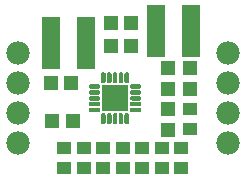
<source format=gts>
G04 EAGLE Gerber X2 export*
%TF.Part,Single*%
%TF.FileFunction,Soldermask,Top,1*%
%TF.FilePolarity,Negative*%
%TF.GenerationSoftware,Autodesk,EAGLE,9.4.0*%
%TF.CreationDate,2019-05-08T17:19:32Z*%
G75*
%MOMM*%
%FSLAX34Y34*%
%LPD*%
%INSoldermask Top*%
%AMOC8*
5,1,8,0,0,1.08239X$1,22.5*%
G01*
%ADD10R,1.151600X1.181600*%
%ADD11R,1.181600X1.151600*%
%ADD12R,1.536700X4.495800*%
%ADD13R,1.201600X1.101600*%
%ADD14R,2.200000X2.200000*%
%ADD15C,1.981200*%

G36*
X102209Y67143D02*
X102209Y67143D01*
X103700Y67143D01*
X103736Y67150D01*
X103779Y67149D01*
X104011Y67186D01*
X104062Y67205D01*
X104162Y67235D01*
X104371Y67341D01*
X104413Y67375D01*
X104500Y67435D01*
X104665Y67600D01*
X104695Y67645D01*
X104759Y67729D01*
X104865Y67938D01*
X104870Y67954D01*
X104876Y67963D01*
X104881Y67994D01*
X104914Y68089D01*
X104951Y68321D01*
X104949Y68357D01*
X104957Y68400D01*
X104957Y74400D01*
X104951Y74433D01*
X104952Y74472D01*
X104891Y74895D01*
X104872Y74948D01*
X104851Y75033D01*
X104673Y75422D01*
X104640Y75467D01*
X104595Y75543D01*
X104316Y75866D01*
X104271Y75900D01*
X104207Y75960D01*
X103847Y76191D01*
X103796Y76211D01*
X103759Y76234D01*
X103745Y76237D01*
X103716Y76251D01*
X103306Y76371D01*
X103250Y76376D01*
X103163Y76392D01*
X102737Y76392D01*
X102682Y76381D01*
X102594Y76371D01*
X102184Y76251D01*
X102147Y76232D01*
X102122Y76227D01*
X102096Y76209D01*
X102053Y76191D01*
X101693Y75960D01*
X101653Y75921D01*
X101584Y75866D01*
X101305Y75543D01*
X101277Y75494D01*
X101227Y75422D01*
X101049Y75033D01*
X101037Y74979D01*
X101009Y74895D01*
X100948Y74472D01*
X100950Y74439D01*
X100943Y74400D01*
X100943Y68409D01*
X100936Y68209D01*
X100944Y68161D01*
X100958Y68045D01*
X101018Y67846D01*
X101041Y67803D01*
X101091Y67698D01*
X101212Y67529D01*
X101248Y67496D01*
X101329Y67412D01*
X101498Y67291D01*
X101543Y67271D01*
X101646Y67218D01*
X101845Y67158D01*
X101894Y67153D01*
X102009Y67136D01*
X102209Y67143D01*
G37*
G36*
X117209Y67143D02*
X117209Y67143D01*
X118700Y67143D01*
X118736Y67150D01*
X118779Y67149D01*
X119011Y67186D01*
X119062Y67205D01*
X119162Y67235D01*
X119371Y67341D01*
X119413Y67375D01*
X119500Y67435D01*
X119665Y67600D01*
X119695Y67645D01*
X119759Y67729D01*
X119865Y67938D01*
X119870Y67954D01*
X119876Y67963D01*
X119881Y67994D01*
X119914Y68089D01*
X119951Y68321D01*
X119949Y68357D01*
X119957Y68400D01*
X119957Y74400D01*
X119951Y74433D01*
X119952Y74472D01*
X119891Y74895D01*
X119872Y74948D01*
X119851Y75033D01*
X119673Y75422D01*
X119640Y75467D01*
X119595Y75543D01*
X119316Y75866D01*
X119271Y75900D01*
X119207Y75960D01*
X118847Y76191D01*
X118796Y76211D01*
X118759Y76234D01*
X118745Y76237D01*
X118716Y76251D01*
X118306Y76371D01*
X118250Y76376D01*
X118163Y76392D01*
X117737Y76392D01*
X117682Y76381D01*
X117594Y76371D01*
X117184Y76251D01*
X117147Y76232D01*
X117122Y76227D01*
X117096Y76209D01*
X117053Y76191D01*
X116693Y75960D01*
X116653Y75921D01*
X116584Y75866D01*
X116305Y75543D01*
X116277Y75494D01*
X116227Y75422D01*
X116049Y75033D01*
X116037Y74979D01*
X116009Y74895D01*
X115948Y74472D01*
X115950Y74439D01*
X115943Y74400D01*
X115943Y68409D01*
X115936Y68209D01*
X115944Y68161D01*
X115958Y68045D01*
X116018Y67846D01*
X116041Y67803D01*
X116091Y67698D01*
X116212Y67529D01*
X116248Y67496D01*
X116329Y67412D01*
X116498Y67291D01*
X116543Y67271D01*
X116646Y67218D01*
X116845Y67158D01*
X116894Y67153D01*
X117009Y67136D01*
X117209Y67143D01*
G37*
G36*
X107209Y67143D02*
X107209Y67143D01*
X108700Y67143D01*
X108736Y67150D01*
X108779Y67149D01*
X109011Y67186D01*
X109062Y67205D01*
X109162Y67235D01*
X109371Y67341D01*
X109413Y67375D01*
X109500Y67435D01*
X109665Y67600D01*
X109695Y67645D01*
X109759Y67729D01*
X109865Y67938D01*
X109870Y67954D01*
X109876Y67963D01*
X109881Y67994D01*
X109914Y68089D01*
X109951Y68321D01*
X109949Y68357D01*
X109957Y68400D01*
X109957Y74400D01*
X109951Y74433D01*
X109952Y74472D01*
X109891Y74895D01*
X109872Y74948D01*
X109851Y75033D01*
X109673Y75422D01*
X109640Y75467D01*
X109595Y75543D01*
X109316Y75866D01*
X109271Y75900D01*
X109207Y75960D01*
X108847Y76191D01*
X108796Y76211D01*
X108759Y76234D01*
X108745Y76237D01*
X108716Y76251D01*
X108306Y76371D01*
X108250Y76376D01*
X108163Y76392D01*
X107737Y76392D01*
X107682Y76381D01*
X107594Y76371D01*
X107184Y76251D01*
X107147Y76232D01*
X107122Y76227D01*
X107096Y76209D01*
X107053Y76191D01*
X106693Y75960D01*
X106653Y75921D01*
X106584Y75866D01*
X106305Y75543D01*
X106277Y75494D01*
X106227Y75422D01*
X106049Y75033D01*
X106037Y74979D01*
X106009Y74895D01*
X105948Y74472D01*
X105950Y74439D01*
X105943Y74400D01*
X105943Y68409D01*
X105936Y68209D01*
X105944Y68161D01*
X105958Y68045D01*
X106018Y67846D01*
X106041Y67803D01*
X106091Y67698D01*
X106212Y67529D01*
X106248Y67496D01*
X106329Y67412D01*
X106498Y67291D01*
X106543Y67271D01*
X106646Y67218D01*
X106845Y67158D01*
X106894Y67153D01*
X107009Y67136D01*
X107209Y67143D01*
G37*
G36*
X112209Y67143D02*
X112209Y67143D01*
X113700Y67143D01*
X113736Y67150D01*
X113779Y67149D01*
X114011Y67186D01*
X114062Y67205D01*
X114162Y67235D01*
X114371Y67341D01*
X114413Y67375D01*
X114500Y67435D01*
X114665Y67600D01*
X114695Y67645D01*
X114759Y67729D01*
X114865Y67938D01*
X114870Y67954D01*
X114876Y67963D01*
X114881Y67994D01*
X114914Y68089D01*
X114951Y68321D01*
X114949Y68357D01*
X114957Y68400D01*
X114957Y74400D01*
X114951Y74433D01*
X114952Y74472D01*
X114891Y74895D01*
X114872Y74948D01*
X114851Y75033D01*
X114673Y75422D01*
X114640Y75467D01*
X114595Y75543D01*
X114316Y75866D01*
X114271Y75900D01*
X114207Y75960D01*
X113847Y76191D01*
X113796Y76211D01*
X113759Y76234D01*
X113745Y76237D01*
X113716Y76251D01*
X113306Y76371D01*
X113250Y76376D01*
X113163Y76392D01*
X112737Y76392D01*
X112682Y76381D01*
X112594Y76371D01*
X112184Y76251D01*
X112147Y76232D01*
X112122Y76227D01*
X112096Y76209D01*
X112053Y76191D01*
X111693Y75960D01*
X111653Y75921D01*
X111584Y75866D01*
X111305Y75543D01*
X111277Y75494D01*
X111227Y75422D01*
X111049Y75033D01*
X111037Y74979D01*
X111009Y74895D01*
X110948Y74472D01*
X110950Y74439D01*
X110943Y74400D01*
X110943Y68409D01*
X110936Y68209D01*
X110944Y68161D01*
X110958Y68045D01*
X111018Y67846D01*
X111041Y67803D01*
X111091Y67698D01*
X111212Y67529D01*
X111248Y67496D01*
X111329Y67412D01*
X111498Y67291D01*
X111543Y67271D01*
X111646Y67218D01*
X111845Y67158D01*
X111894Y67153D01*
X112009Y67136D01*
X112209Y67143D01*
G37*
G36*
X97209Y67143D02*
X97209Y67143D01*
X98700Y67143D01*
X98736Y67150D01*
X98779Y67149D01*
X99011Y67186D01*
X99062Y67205D01*
X99162Y67235D01*
X99371Y67341D01*
X99413Y67375D01*
X99500Y67435D01*
X99665Y67600D01*
X99695Y67645D01*
X99759Y67729D01*
X99865Y67938D01*
X99870Y67954D01*
X99876Y67963D01*
X99881Y67994D01*
X99914Y68089D01*
X99951Y68321D01*
X99949Y68357D01*
X99957Y68400D01*
X99957Y74400D01*
X99951Y74433D01*
X99952Y74472D01*
X99891Y74895D01*
X99872Y74948D01*
X99851Y75033D01*
X99673Y75422D01*
X99640Y75467D01*
X99595Y75543D01*
X99316Y75866D01*
X99271Y75900D01*
X99207Y75960D01*
X98847Y76191D01*
X98796Y76211D01*
X98759Y76234D01*
X98745Y76237D01*
X98716Y76251D01*
X98306Y76371D01*
X98250Y76376D01*
X98163Y76392D01*
X97737Y76392D01*
X97682Y76381D01*
X97594Y76371D01*
X97184Y76251D01*
X97147Y76232D01*
X97122Y76227D01*
X97096Y76209D01*
X97053Y76191D01*
X96693Y75960D01*
X96653Y75921D01*
X96584Y75866D01*
X96305Y75543D01*
X96277Y75494D01*
X96227Y75422D01*
X96049Y75033D01*
X96037Y74979D01*
X96009Y74895D01*
X95948Y74472D01*
X95950Y74439D01*
X95943Y74400D01*
X95943Y68409D01*
X95936Y68209D01*
X95944Y68161D01*
X95958Y68045D01*
X96018Y67846D01*
X96041Y67803D01*
X96091Y67698D01*
X96212Y67529D01*
X96248Y67496D01*
X96329Y67412D01*
X96498Y67291D01*
X96543Y67271D01*
X96646Y67218D01*
X96845Y67158D01*
X96894Y67153D01*
X97009Y67136D01*
X97209Y67143D01*
G37*
G36*
X93483Y96899D02*
X93483Y96899D01*
X93522Y96898D01*
X93945Y96959D01*
X93998Y96978D01*
X94083Y96999D01*
X94472Y97177D01*
X94517Y97210D01*
X94593Y97255D01*
X94916Y97534D01*
X94925Y97546D01*
X94934Y97552D01*
X94953Y97582D01*
X95010Y97643D01*
X95241Y98003D01*
X95262Y98055D01*
X95301Y98134D01*
X95421Y98544D01*
X95426Y98600D01*
X95442Y98687D01*
X95442Y99113D01*
X95431Y99169D01*
X95421Y99256D01*
X95301Y99666D01*
X95275Y99716D01*
X95241Y99797D01*
X95010Y100157D01*
X94971Y100197D01*
X94916Y100266D01*
X94593Y100545D01*
X94544Y100573D01*
X94472Y100623D01*
X94083Y100801D01*
X94029Y100813D01*
X93945Y100841D01*
X93522Y100902D01*
X93489Y100900D01*
X93450Y100907D01*
X87459Y100907D01*
X87259Y100914D01*
X87211Y100906D01*
X87095Y100892D01*
X86896Y100832D01*
X86853Y100809D01*
X86748Y100759D01*
X86579Y100638D01*
X86546Y100602D01*
X86462Y100521D01*
X86341Y100352D01*
X86321Y100307D01*
X86268Y100204D01*
X86208Y100005D01*
X86203Y99956D01*
X86186Y99841D01*
X86193Y99641D01*
X86193Y98150D01*
X86200Y98114D01*
X86199Y98071D01*
X86236Y97839D01*
X86255Y97788D01*
X86273Y97726D01*
X86279Y97701D01*
X86282Y97696D01*
X86285Y97688D01*
X86391Y97479D01*
X86425Y97437D01*
X86485Y97350D01*
X86650Y97185D01*
X86695Y97155D01*
X86779Y97091D01*
X86988Y96985D01*
X87040Y96970D01*
X87139Y96936D01*
X87371Y96899D01*
X87407Y96901D01*
X87450Y96893D01*
X93450Y96893D01*
X93483Y96899D01*
G37*
G36*
X93483Y91899D02*
X93483Y91899D01*
X93522Y91898D01*
X93945Y91959D01*
X93998Y91978D01*
X94083Y91999D01*
X94472Y92177D01*
X94517Y92210D01*
X94593Y92255D01*
X94916Y92534D01*
X94925Y92546D01*
X94934Y92552D01*
X94953Y92582D01*
X95010Y92643D01*
X95241Y93003D01*
X95262Y93055D01*
X95301Y93134D01*
X95421Y93544D01*
X95426Y93600D01*
X95442Y93687D01*
X95442Y94113D01*
X95431Y94169D01*
X95421Y94256D01*
X95301Y94666D01*
X95275Y94716D01*
X95241Y94797D01*
X95010Y95157D01*
X94971Y95197D01*
X94916Y95266D01*
X94593Y95545D01*
X94544Y95573D01*
X94472Y95623D01*
X94083Y95801D01*
X94029Y95813D01*
X93945Y95841D01*
X93522Y95902D01*
X93489Y95900D01*
X93450Y95907D01*
X87459Y95907D01*
X87259Y95914D01*
X87211Y95906D01*
X87095Y95892D01*
X86896Y95832D01*
X86853Y95809D01*
X86748Y95759D01*
X86579Y95638D01*
X86546Y95602D01*
X86462Y95521D01*
X86341Y95352D01*
X86321Y95307D01*
X86268Y95204D01*
X86208Y95005D01*
X86203Y94956D01*
X86186Y94841D01*
X86193Y94641D01*
X86193Y93150D01*
X86200Y93114D01*
X86199Y93071D01*
X86236Y92839D01*
X86255Y92788D01*
X86273Y92726D01*
X86279Y92701D01*
X86282Y92696D01*
X86285Y92688D01*
X86391Y92479D01*
X86425Y92437D01*
X86485Y92350D01*
X86650Y92185D01*
X86695Y92155D01*
X86779Y92091D01*
X86988Y91985D01*
X87040Y91970D01*
X87139Y91936D01*
X87371Y91899D01*
X87407Y91901D01*
X87450Y91893D01*
X93450Y91893D01*
X93483Y91899D01*
G37*
G36*
X93483Y86899D02*
X93483Y86899D01*
X93522Y86898D01*
X93945Y86959D01*
X93998Y86978D01*
X94083Y86999D01*
X94472Y87177D01*
X94517Y87210D01*
X94593Y87255D01*
X94916Y87534D01*
X94925Y87546D01*
X94934Y87552D01*
X94953Y87582D01*
X95010Y87643D01*
X95241Y88003D01*
X95262Y88055D01*
X95301Y88134D01*
X95421Y88544D01*
X95426Y88600D01*
X95442Y88687D01*
X95442Y89113D01*
X95431Y89169D01*
X95421Y89256D01*
X95301Y89666D01*
X95275Y89716D01*
X95241Y89797D01*
X95010Y90157D01*
X94971Y90197D01*
X94916Y90266D01*
X94593Y90545D01*
X94544Y90573D01*
X94472Y90623D01*
X94083Y90801D01*
X94029Y90813D01*
X93945Y90841D01*
X93522Y90902D01*
X93489Y90900D01*
X93450Y90907D01*
X87459Y90907D01*
X87259Y90914D01*
X87211Y90906D01*
X87095Y90892D01*
X86896Y90832D01*
X86853Y90809D01*
X86748Y90759D01*
X86579Y90638D01*
X86546Y90602D01*
X86462Y90521D01*
X86341Y90352D01*
X86321Y90307D01*
X86268Y90204D01*
X86208Y90005D01*
X86203Y89956D01*
X86186Y89841D01*
X86193Y89641D01*
X86193Y88150D01*
X86200Y88114D01*
X86199Y88071D01*
X86236Y87839D01*
X86255Y87788D01*
X86273Y87726D01*
X86279Y87701D01*
X86282Y87696D01*
X86285Y87688D01*
X86391Y87479D01*
X86425Y87437D01*
X86485Y87350D01*
X86650Y87185D01*
X86695Y87155D01*
X86779Y87091D01*
X86988Y86985D01*
X87040Y86970D01*
X87139Y86936D01*
X87371Y86899D01*
X87407Y86901D01*
X87450Y86893D01*
X93450Y86893D01*
X93483Y86899D01*
G37*
G36*
X93483Y81899D02*
X93483Y81899D01*
X93522Y81898D01*
X93945Y81959D01*
X93998Y81978D01*
X94083Y81999D01*
X94472Y82177D01*
X94517Y82210D01*
X94593Y82255D01*
X94916Y82534D01*
X94925Y82546D01*
X94934Y82552D01*
X94953Y82582D01*
X95010Y82643D01*
X95241Y83003D01*
X95262Y83055D01*
X95301Y83134D01*
X95421Y83544D01*
X95426Y83600D01*
X95442Y83687D01*
X95442Y84113D01*
X95431Y84169D01*
X95421Y84256D01*
X95301Y84666D01*
X95275Y84716D01*
X95241Y84797D01*
X95010Y85157D01*
X94971Y85197D01*
X94916Y85266D01*
X94593Y85545D01*
X94544Y85573D01*
X94472Y85623D01*
X94083Y85801D01*
X94029Y85813D01*
X93945Y85841D01*
X93522Y85902D01*
X93489Y85900D01*
X93450Y85907D01*
X87459Y85907D01*
X87259Y85914D01*
X87211Y85906D01*
X87095Y85892D01*
X86896Y85832D01*
X86853Y85809D01*
X86748Y85759D01*
X86579Y85638D01*
X86546Y85602D01*
X86462Y85521D01*
X86341Y85352D01*
X86321Y85307D01*
X86268Y85204D01*
X86208Y85005D01*
X86203Y84956D01*
X86186Y84841D01*
X86193Y84641D01*
X86193Y83150D01*
X86200Y83114D01*
X86199Y83071D01*
X86236Y82839D01*
X86255Y82788D01*
X86273Y82726D01*
X86279Y82701D01*
X86282Y82696D01*
X86285Y82688D01*
X86391Y82479D01*
X86425Y82437D01*
X86485Y82350D01*
X86650Y82185D01*
X86695Y82155D01*
X86779Y82091D01*
X86988Y81985D01*
X87040Y81970D01*
X87139Y81936D01*
X87371Y81899D01*
X87407Y81901D01*
X87450Y81893D01*
X93450Y81893D01*
X93483Y81899D01*
G37*
G36*
X93483Y76899D02*
X93483Y76899D01*
X93522Y76898D01*
X93945Y76959D01*
X93998Y76978D01*
X94083Y76999D01*
X94472Y77177D01*
X94517Y77210D01*
X94593Y77255D01*
X94916Y77534D01*
X94925Y77546D01*
X94934Y77552D01*
X94953Y77582D01*
X95010Y77643D01*
X95241Y78003D01*
X95262Y78055D01*
X95301Y78134D01*
X95421Y78544D01*
X95426Y78600D01*
X95442Y78687D01*
X95442Y79113D01*
X95431Y79169D01*
X95421Y79256D01*
X95301Y79666D01*
X95275Y79716D01*
X95241Y79797D01*
X95010Y80157D01*
X94971Y80197D01*
X94916Y80266D01*
X94593Y80545D01*
X94544Y80573D01*
X94472Y80623D01*
X94083Y80801D01*
X94029Y80813D01*
X93945Y80841D01*
X93522Y80902D01*
X93489Y80900D01*
X93450Y80907D01*
X87459Y80907D01*
X87259Y80914D01*
X87211Y80906D01*
X87095Y80892D01*
X86896Y80832D01*
X86853Y80809D01*
X86748Y80759D01*
X86579Y80638D01*
X86546Y80602D01*
X86462Y80521D01*
X86341Y80352D01*
X86321Y80307D01*
X86268Y80204D01*
X86208Y80005D01*
X86203Y79956D01*
X86186Y79841D01*
X86193Y79641D01*
X86193Y78150D01*
X86200Y78114D01*
X86199Y78071D01*
X86236Y77839D01*
X86255Y77788D01*
X86273Y77726D01*
X86279Y77701D01*
X86282Y77696D01*
X86285Y77688D01*
X86391Y77479D01*
X86425Y77437D01*
X86485Y77350D01*
X86650Y77185D01*
X86695Y77155D01*
X86779Y77091D01*
X86988Y76985D01*
X87040Y76970D01*
X87139Y76936D01*
X87371Y76899D01*
X87407Y76901D01*
X87450Y76893D01*
X93450Y76893D01*
X93483Y76899D01*
G37*
G36*
X98219Y101419D02*
X98219Y101419D01*
X98306Y101429D01*
X98716Y101549D01*
X98766Y101575D01*
X98847Y101609D01*
X99207Y101840D01*
X99247Y101879D01*
X99316Y101934D01*
X99595Y102257D01*
X99623Y102306D01*
X99673Y102378D01*
X99851Y102767D01*
X99863Y102821D01*
X99891Y102905D01*
X99952Y103328D01*
X99950Y103361D01*
X99957Y103400D01*
X99957Y109391D01*
X99964Y109591D01*
X99956Y109639D01*
X99942Y109755D01*
X99882Y109954D01*
X99859Y109997D01*
X99809Y110102D01*
X99688Y110271D01*
X99652Y110305D01*
X99571Y110388D01*
X99402Y110509D01*
X99357Y110529D01*
X99254Y110582D01*
X99055Y110642D01*
X99006Y110647D01*
X98891Y110664D01*
X98691Y110657D01*
X97200Y110657D01*
X97164Y110650D01*
X97121Y110651D01*
X96889Y110614D01*
X96838Y110595D01*
X96738Y110565D01*
X96529Y110459D01*
X96487Y110425D01*
X96400Y110365D01*
X96235Y110200D01*
X96205Y110155D01*
X96141Y110071D01*
X96035Y109862D01*
X96020Y109810D01*
X95986Y109711D01*
X95949Y109479D01*
X95951Y109443D01*
X95943Y109400D01*
X95943Y103400D01*
X95949Y103367D01*
X95948Y103328D01*
X96009Y102905D01*
X96028Y102852D01*
X96049Y102767D01*
X96227Y102378D01*
X96260Y102333D01*
X96305Y102257D01*
X96584Y101934D01*
X96629Y101900D01*
X96693Y101840D01*
X97053Y101609D01*
X97105Y101588D01*
X97184Y101549D01*
X97594Y101429D01*
X97650Y101424D01*
X97737Y101408D01*
X98163Y101408D01*
X98219Y101419D01*
G37*
G36*
X103219Y101419D02*
X103219Y101419D01*
X103306Y101429D01*
X103716Y101549D01*
X103766Y101575D01*
X103847Y101609D01*
X104207Y101840D01*
X104247Y101879D01*
X104316Y101934D01*
X104595Y102257D01*
X104623Y102306D01*
X104673Y102378D01*
X104851Y102767D01*
X104863Y102821D01*
X104891Y102905D01*
X104952Y103328D01*
X104950Y103361D01*
X104957Y103400D01*
X104957Y109391D01*
X104964Y109591D01*
X104956Y109639D01*
X104942Y109755D01*
X104882Y109954D01*
X104859Y109997D01*
X104809Y110102D01*
X104688Y110271D01*
X104652Y110305D01*
X104571Y110388D01*
X104402Y110509D01*
X104357Y110529D01*
X104254Y110582D01*
X104055Y110642D01*
X104006Y110647D01*
X103891Y110664D01*
X103691Y110657D01*
X102200Y110657D01*
X102164Y110650D01*
X102121Y110651D01*
X101889Y110614D01*
X101838Y110595D01*
X101738Y110565D01*
X101529Y110459D01*
X101487Y110425D01*
X101400Y110365D01*
X101235Y110200D01*
X101205Y110155D01*
X101141Y110071D01*
X101035Y109862D01*
X101020Y109810D01*
X100986Y109711D01*
X100949Y109479D01*
X100951Y109443D01*
X100943Y109400D01*
X100943Y103400D01*
X100949Y103367D01*
X100948Y103328D01*
X101009Y102905D01*
X101028Y102852D01*
X101049Y102767D01*
X101227Y102378D01*
X101260Y102333D01*
X101305Y102257D01*
X101584Y101934D01*
X101629Y101900D01*
X101693Y101840D01*
X102053Y101609D01*
X102105Y101588D01*
X102184Y101549D01*
X102594Y101429D01*
X102650Y101424D01*
X102737Y101408D01*
X103163Y101408D01*
X103219Y101419D01*
G37*
G36*
X108219Y101419D02*
X108219Y101419D01*
X108306Y101429D01*
X108716Y101549D01*
X108766Y101575D01*
X108847Y101609D01*
X109207Y101840D01*
X109247Y101879D01*
X109316Y101934D01*
X109595Y102257D01*
X109623Y102306D01*
X109673Y102378D01*
X109851Y102767D01*
X109863Y102821D01*
X109891Y102905D01*
X109952Y103328D01*
X109950Y103361D01*
X109957Y103400D01*
X109957Y109391D01*
X109964Y109591D01*
X109956Y109639D01*
X109942Y109755D01*
X109882Y109954D01*
X109859Y109997D01*
X109809Y110102D01*
X109688Y110271D01*
X109652Y110305D01*
X109571Y110388D01*
X109402Y110509D01*
X109357Y110529D01*
X109254Y110582D01*
X109055Y110642D01*
X109006Y110647D01*
X108891Y110664D01*
X108691Y110657D01*
X107200Y110657D01*
X107164Y110650D01*
X107121Y110651D01*
X106889Y110614D01*
X106838Y110595D01*
X106738Y110565D01*
X106529Y110459D01*
X106487Y110425D01*
X106400Y110365D01*
X106235Y110200D01*
X106205Y110155D01*
X106141Y110071D01*
X106035Y109862D01*
X106020Y109810D01*
X105986Y109711D01*
X105949Y109479D01*
X105951Y109443D01*
X105943Y109400D01*
X105943Y103400D01*
X105949Y103367D01*
X105948Y103328D01*
X106009Y102905D01*
X106028Y102852D01*
X106049Y102767D01*
X106227Y102378D01*
X106260Y102333D01*
X106305Y102257D01*
X106584Y101934D01*
X106629Y101900D01*
X106693Y101840D01*
X107053Y101609D01*
X107105Y101588D01*
X107184Y101549D01*
X107594Y101429D01*
X107650Y101424D01*
X107737Y101408D01*
X108163Y101408D01*
X108219Y101419D01*
G37*
G36*
X113219Y101419D02*
X113219Y101419D01*
X113306Y101429D01*
X113716Y101549D01*
X113766Y101575D01*
X113847Y101609D01*
X114207Y101840D01*
X114247Y101879D01*
X114316Y101934D01*
X114595Y102257D01*
X114623Y102306D01*
X114673Y102378D01*
X114851Y102767D01*
X114863Y102821D01*
X114891Y102905D01*
X114952Y103328D01*
X114950Y103361D01*
X114957Y103400D01*
X114957Y109391D01*
X114964Y109591D01*
X114956Y109639D01*
X114942Y109755D01*
X114882Y109954D01*
X114859Y109997D01*
X114809Y110102D01*
X114688Y110271D01*
X114652Y110305D01*
X114571Y110388D01*
X114402Y110509D01*
X114357Y110529D01*
X114254Y110582D01*
X114055Y110642D01*
X114006Y110647D01*
X113891Y110664D01*
X113691Y110657D01*
X112200Y110657D01*
X112164Y110650D01*
X112121Y110651D01*
X111889Y110614D01*
X111838Y110595D01*
X111738Y110565D01*
X111529Y110459D01*
X111487Y110425D01*
X111400Y110365D01*
X111235Y110200D01*
X111205Y110155D01*
X111141Y110071D01*
X111035Y109862D01*
X111020Y109810D01*
X110986Y109711D01*
X110949Y109479D01*
X110951Y109443D01*
X110943Y109400D01*
X110943Y103400D01*
X110949Y103367D01*
X110948Y103328D01*
X111009Y102905D01*
X111028Y102852D01*
X111049Y102767D01*
X111227Y102378D01*
X111260Y102333D01*
X111305Y102257D01*
X111584Y101934D01*
X111629Y101900D01*
X111693Y101840D01*
X112053Y101609D01*
X112105Y101588D01*
X112184Y101549D01*
X112594Y101429D01*
X112650Y101424D01*
X112737Y101408D01*
X113163Y101408D01*
X113219Y101419D01*
G37*
G36*
X118219Y101419D02*
X118219Y101419D01*
X118306Y101429D01*
X118716Y101549D01*
X118766Y101575D01*
X118847Y101609D01*
X119207Y101840D01*
X119247Y101879D01*
X119316Y101934D01*
X119595Y102257D01*
X119623Y102306D01*
X119673Y102378D01*
X119851Y102767D01*
X119863Y102821D01*
X119891Y102905D01*
X119952Y103328D01*
X119950Y103361D01*
X119957Y103400D01*
X119957Y109391D01*
X119964Y109591D01*
X119956Y109639D01*
X119942Y109755D01*
X119882Y109954D01*
X119859Y109997D01*
X119809Y110102D01*
X119688Y110271D01*
X119652Y110305D01*
X119571Y110388D01*
X119402Y110509D01*
X119357Y110529D01*
X119254Y110582D01*
X119055Y110642D01*
X119006Y110647D01*
X118891Y110664D01*
X118691Y110657D01*
X117200Y110657D01*
X117164Y110650D01*
X117121Y110651D01*
X116889Y110614D01*
X116838Y110595D01*
X116738Y110565D01*
X116529Y110459D01*
X116487Y110425D01*
X116400Y110365D01*
X116235Y110200D01*
X116205Y110155D01*
X116141Y110071D01*
X116035Y109862D01*
X116020Y109810D01*
X115986Y109711D01*
X115949Y109479D01*
X115951Y109443D01*
X115943Y109400D01*
X115943Y103400D01*
X115949Y103367D01*
X115948Y103328D01*
X116009Y102905D01*
X116028Y102852D01*
X116049Y102767D01*
X116227Y102378D01*
X116260Y102333D01*
X116305Y102257D01*
X116584Y101934D01*
X116629Y101900D01*
X116693Y101840D01*
X117053Y101609D01*
X117105Y101588D01*
X117184Y101549D01*
X117594Y101429D01*
X117650Y101424D01*
X117737Y101408D01*
X118163Y101408D01*
X118219Y101419D01*
G37*
G36*
X128689Y96894D02*
X128689Y96894D01*
X128805Y96908D01*
X129004Y96968D01*
X129047Y96991D01*
X129152Y97041D01*
X129321Y97162D01*
X129355Y97198D01*
X129438Y97279D01*
X129559Y97448D01*
X129579Y97493D01*
X129632Y97596D01*
X129692Y97795D01*
X129697Y97844D01*
X129714Y97959D01*
X129707Y98159D01*
X129707Y99650D01*
X129700Y99686D01*
X129701Y99729D01*
X129664Y99961D01*
X129645Y100012D01*
X129615Y100112D01*
X129509Y100321D01*
X129475Y100363D01*
X129415Y100450D01*
X129250Y100615D01*
X129205Y100645D01*
X129121Y100709D01*
X128912Y100815D01*
X128860Y100830D01*
X128761Y100864D01*
X128529Y100901D01*
X128493Y100899D01*
X128450Y100907D01*
X122450Y100907D01*
X122417Y100901D01*
X122378Y100902D01*
X121955Y100841D01*
X121902Y100822D01*
X121817Y100801D01*
X121428Y100623D01*
X121383Y100590D01*
X121307Y100545D01*
X120984Y100266D01*
X120950Y100221D01*
X120890Y100157D01*
X120659Y99797D01*
X120638Y99745D01*
X120599Y99666D01*
X120479Y99256D01*
X120474Y99200D01*
X120458Y99113D01*
X120458Y98687D01*
X120469Y98632D01*
X120479Y98544D01*
X120599Y98134D01*
X120625Y98084D01*
X120659Y98003D01*
X120890Y97643D01*
X120929Y97603D01*
X120984Y97534D01*
X121307Y97255D01*
X121356Y97227D01*
X121428Y97177D01*
X121817Y96999D01*
X121871Y96987D01*
X121955Y96959D01*
X122378Y96898D01*
X122411Y96900D01*
X122450Y96893D01*
X128441Y96893D01*
X128641Y96886D01*
X128689Y96894D01*
G37*
G36*
X128689Y91894D02*
X128689Y91894D01*
X128805Y91908D01*
X129004Y91968D01*
X129047Y91991D01*
X129152Y92041D01*
X129321Y92162D01*
X129355Y92198D01*
X129438Y92279D01*
X129559Y92448D01*
X129579Y92493D01*
X129632Y92596D01*
X129692Y92795D01*
X129697Y92844D01*
X129714Y92959D01*
X129707Y93159D01*
X129707Y94650D01*
X129700Y94686D01*
X129701Y94729D01*
X129664Y94961D01*
X129645Y95012D01*
X129615Y95112D01*
X129509Y95321D01*
X129475Y95363D01*
X129415Y95450D01*
X129250Y95615D01*
X129205Y95645D01*
X129121Y95709D01*
X128912Y95815D01*
X128860Y95830D01*
X128761Y95864D01*
X128529Y95901D01*
X128493Y95899D01*
X128450Y95907D01*
X122450Y95907D01*
X122417Y95901D01*
X122378Y95902D01*
X121955Y95841D01*
X121902Y95822D01*
X121817Y95801D01*
X121428Y95623D01*
X121383Y95590D01*
X121307Y95545D01*
X120984Y95266D01*
X120950Y95221D01*
X120890Y95157D01*
X120659Y94797D01*
X120638Y94745D01*
X120599Y94666D01*
X120479Y94256D01*
X120474Y94200D01*
X120458Y94113D01*
X120458Y93687D01*
X120469Y93632D01*
X120479Y93544D01*
X120599Y93134D01*
X120625Y93084D01*
X120659Y93003D01*
X120890Y92643D01*
X120929Y92603D01*
X120984Y92534D01*
X121307Y92255D01*
X121356Y92227D01*
X121428Y92177D01*
X121817Y91999D01*
X121871Y91987D01*
X121955Y91959D01*
X122378Y91898D01*
X122411Y91900D01*
X122450Y91893D01*
X128441Y91893D01*
X128641Y91886D01*
X128689Y91894D01*
G37*
G36*
X128689Y86894D02*
X128689Y86894D01*
X128805Y86908D01*
X129004Y86968D01*
X129047Y86991D01*
X129152Y87041D01*
X129321Y87162D01*
X129355Y87198D01*
X129438Y87279D01*
X129559Y87448D01*
X129579Y87493D01*
X129632Y87596D01*
X129692Y87795D01*
X129697Y87844D01*
X129714Y87959D01*
X129707Y88159D01*
X129707Y89650D01*
X129700Y89686D01*
X129701Y89729D01*
X129664Y89961D01*
X129645Y90012D01*
X129615Y90112D01*
X129509Y90321D01*
X129475Y90363D01*
X129415Y90450D01*
X129250Y90615D01*
X129205Y90645D01*
X129121Y90709D01*
X128912Y90815D01*
X128860Y90830D01*
X128761Y90864D01*
X128529Y90901D01*
X128493Y90899D01*
X128450Y90907D01*
X122450Y90907D01*
X122417Y90901D01*
X122378Y90902D01*
X121955Y90841D01*
X121902Y90822D01*
X121817Y90801D01*
X121428Y90623D01*
X121383Y90590D01*
X121307Y90545D01*
X120984Y90266D01*
X120950Y90221D01*
X120890Y90157D01*
X120659Y89797D01*
X120638Y89745D01*
X120599Y89666D01*
X120479Y89256D01*
X120474Y89200D01*
X120458Y89113D01*
X120458Y88687D01*
X120469Y88632D01*
X120479Y88544D01*
X120599Y88134D01*
X120625Y88084D01*
X120659Y88003D01*
X120890Y87643D01*
X120929Y87603D01*
X120984Y87534D01*
X121307Y87255D01*
X121356Y87227D01*
X121428Y87177D01*
X121817Y86999D01*
X121871Y86987D01*
X121955Y86959D01*
X122378Y86898D01*
X122411Y86900D01*
X122450Y86893D01*
X128441Y86893D01*
X128641Y86886D01*
X128689Y86894D01*
G37*
G36*
X128689Y81894D02*
X128689Y81894D01*
X128805Y81908D01*
X129004Y81968D01*
X129047Y81991D01*
X129152Y82041D01*
X129321Y82162D01*
X129355Y82198D01*
X129438Y82279D01*
X129559Y82448D01*
X129579Y82493D01*
X129632Y82596D01*
X129692Y82795D01*
X129697Y82844D01*
X129714Y82959D01*
X129707Y83159D01*
X129707Y84650D01*
X129700Y84686D01*
X129701Y84729D01*
X129664Y84961D01*
X129645Y85012D01*
X129615Y85112D01*
X129509Y85321D01*
X129475Y85363D01*
X129415Y85450D01*
X129250Y85615D01*
X129205Y85645D01*
X129121Y85709D01*
X128912Y85815D01*
X128860Y85830D01*
X128761Y85864D01*
X128529Y85901D01*
X128493Y85899D01*
X128450Y85907D01*
X122450Y85907D01*
X122417Y85901D01*
X122378Y85902D01*
X121955Y85841D01*
X121902Y85822D01*
X121817Y85801D01*
X121428Y85623D01*
X121383Y85590D01*
X121307Y85545D01*
X120984Y85266D01*
X120950Y85221D01*
X120890Y85157D01*
X120659Y84797D01*
X120638Y84745D01*
X120599Y84666D01*
X120479Y84256D01*
X120474Y84200D01*
X120458Y84113D01*
X120458Y83687D01*
X120469Y83632D01*
X120479Y83544D01*
X120599Y83134D01*
X120625Y83084D01*
X120659Y83003D01*
X120890Y82643D01*
X120929Y82603D01*
X120984Y82534D01*
X121307Y82255D01*
X121356Y82227D01*
X121428Y82177D01*
X121817Y81999D01*
X121871Y81987D01*
X121955Y81959D01*
X122378Y81898D01*
X122411Y81900D01*
X122450Y81893D01*
X128441Y81893D01*
X128641Y81886D01*
X128689Y81894D01*
G37*
G36*
X128689Y76894D02*
X128689Y76894D01*
X128805Y76908D01*
X129004Y76968D01*
X129047Y76991D01*
X129152Y77041D01*
X129321Y77162D01*
X129355Y77198D01*
X129438Y77279D01*
X129559Y77448D01*
X129579Y77493D01*
X129632Y77596D01*
X129692Y77795D01*
X129697Y77844D01*
X129714Y77959D01*
X129707Y78159D01*
X129707Y79650D01*
X129700Y79686D01*
X129701Y79729D01*
X129664Y79961D01*
X129645Y80012D01*
X129615Y80112D01*
X129509Y80321D01*
X129475Y80363D01*
X129415Y80450D01*
X129250Y80615D01*
X129205Y80645D01*
X129121Y80709D01*
X128912Y80815D01*
X128860Y80830D01*
X128761Y80864D01*
X128529Y80901D01*
X128493Y80899D01*
X128450Y80907D01*
X122450Y80907D01*
X122417Y80901D01*
X122378Y80902D01*
X121955Y80841D01*
X121902Y80822D01*
X121817Y80801D01*
X121428Y80623D01*
X121383Y80590D01*
X121307Y80545D01*
X120984Y80266D01*
X120950Y80221D01*
X120890Y80157D01*
X120659Y79797D01*
X120638Y79745D01*
X120599Y79666D01*
X120479Y79256D01*
X120474Y79200D01*
X120458Y79113D01*
X120458Y78687D01*
X120469Y78632D01*
X120479Y78544D01*
X120599Y78134D01*
X120625Y78084D01*
X120659Y78003D01*
X120890Y77643D01*
X120929Y77603D01*
X120984Y77534D01*
X121307Y77255D01*
X121356Y77227D01*
X121428Y77177D01*
X121817Y76999D01*
X121871Y76987D01*
X121955Y76959D01*
X122378Y76898D01*
X122411Y76900D01*
X122450Y76893D01*
X128441Y76893D01*
X128641Y76886D01*
X128689Y76894D01*
G37*
D10*
X104280Y133350D03*
X121780Y133350D03*
X104280Y152400D03*
X121780Y152400D03*
D11*
X152400Y114160D03*
X152400Y96660D03*
X171450Y114160D03*
X171450Y96660D03*
D10*
X72250Y69850D03*
X54750Y69850D03*
X53480Y101600D03*
X70980Y101600D03*
D11*
X152400Y62370D03*
X152400Y79870D03*
D12*
X53785Y135890D03*
X83376Y135890D03*
X142685Y146050D03*
X172276Y146050D03*
D13*
X81280Y46600D03*
X81280Y29600D03*
X64770Y29600D03*
X64770Y46600D03*
X97790Y46600D03*
X97790Y29600D03*
X114300Y46600D03*
X114300Y29600D03*
X130810Y29600D03*
X130810Y46600D03*
X147320Y46600D03*
X147320Y29600D03*
X163830Y29600D03*
X163830Y46600D03*
X171450Y62620D03*
X171450Y79620D03*
D14*
X107950Y88900D03*
D15*
X25400Y101600D03*
X25400Y127000D03*
X25400Y76200D03*
X25400Y50800D03*
X203200Y127000D03*
X203200Y101600D03*
X203200Y76200D03*
X203200Y50800D03*
M02*

</source>
